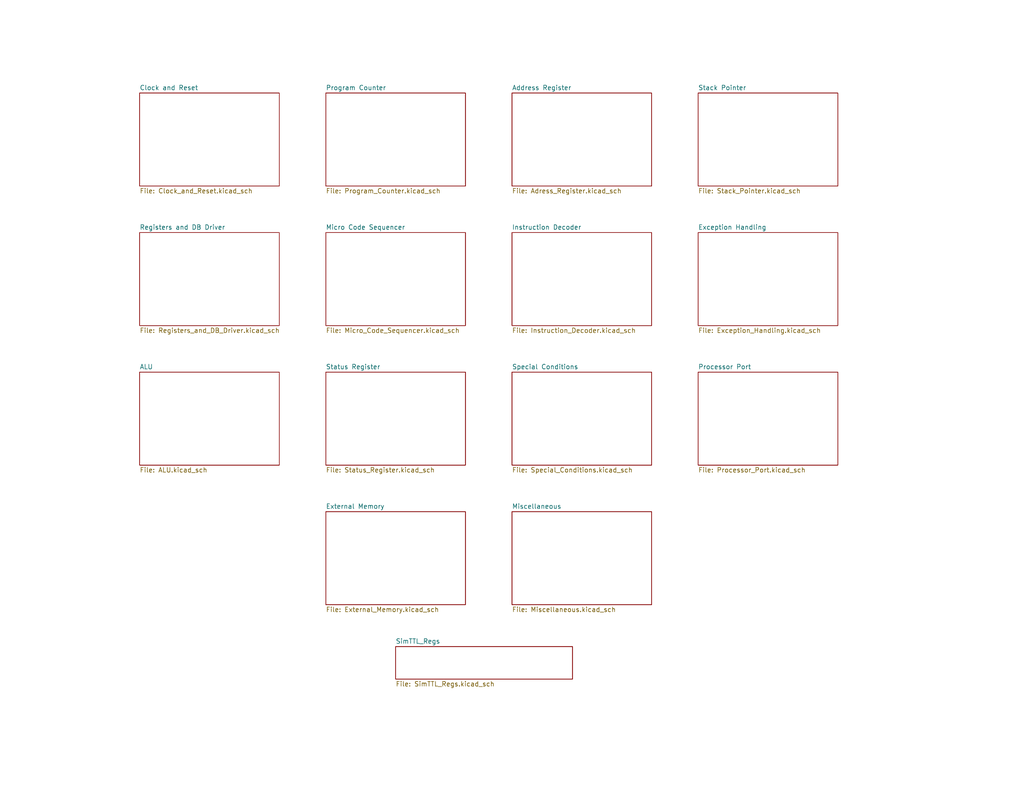
<source format=kicad_sch>
(kicad_sch
	(version 20250114)
	(generator "eeschema")
	(generator_version "9.0")
	(uuid "a212c6c5-fafd-4da9-bbe3-09155431f13a")
	(paper "A")
	(title_block
		(title "TTL 6510 Computer")
		(date "2025-10-20")
		(rev "B")
		(company "Stefan Warnke")
		(comment 9 "CPU_6502_Opcodes.txt")
	)
	(lib_symbols)
	(sheet
		(at 107.95 176.53)
		(size 48.26 8.89)
		(exclude_from_sim no)
		(in_bom no)
		(on_board yes)
		(dnp no)
		(fields_autoplaced yes)
		(stroke
			(width 0.1524)
			(type solid)
		)
		(fill
			(color 0 0 0 0.0000)
		)
		(uuid "00da8dee-b5da-4316-ab9c-3afa17c65176")
		(property "Sheetname" "SimTTL_Regs"
			(at 107.95 175.8184 0)
			(effects
				(font
					(size 1.27 1.27)
				)
				(justify left bottom)
			)
		)
		(property "Sheetfile" "SimTTL_Regs.kicad_sch"
			(at 107.95 186.0046 0)
			(effects
				(font
					(size 1.27 1.27)
				)
				(justify left top)
			)
		)
		(instances
			(project "TTL 6510 Computer"
				(path "/a212c6c5-fafd-4da9-bbe3-09155431f13a"
					(page "16")
				)
			)
		)
	)
	(sheet
		(at 38.1 101.6)
		(size 38.1 25.4)
		(exclude_from_sim no)
		(in_bom yes)
		(on_board yes)
		(dnp no)
		(fields_autoplaced yes)
		(stroke
			(width 0.1524)
			(type solid)
		)
		(fill
			(color 0 0 0 0.0000)
		)
		(uuid "03911495-8d47-4d34-b27a-78e44b2b8a7a")
		(property "Sheetname" "ALU"
			(at 38.1 100.8884 0)
			(effects
				(font
					(size 1.27 1.27)
				)
				(justify left bottom)
			)
		)
		(property "Sheetfile" "ALU.kicad_sch"
			(at 38.1 127.5846 0)
			(effects
				(font
					(size 1.27 1.27)
				)
				(justify left top)
			)
		)
		(instances
			(project "TTL 6510 Computer"
				(path "/a212c6c5-fafd-4da9-bbe3-09155431f13a"
					(page "10")
				)
			)
		)
	)
	(sheet
		(at 88.9 63.5)
		(size 38.1 25.4)
		(exclude_from_sim no)
		(in_bom yes)
		(on_board yes)
		(dnp no)
		(fields_autoplaced yes)
		(stroke
			(width 0.1524)
			(type solid)
		)
		(fill
			(color 0 0 0 0.0000)
		)
		(uuid "41302e21-3d61-43b2-ae5a-597d1005b54a")
		(property "Sheetname" "Micro Code Sequencer"
			(at 88.9 62.7884 0)
			(effects
				(font
					(size 1.27 1.27)
				)
				(justify left bottom)
			)
		)
		(property "Sheetfile" "Micro_Code_Sequencer.kicad_sch"
			(at 88.9 89.4846 0)
			(effects
				(font
					(size 1.27 1.27)
				)
				(justify left top)
			)
		)
		(instances
			(project "TTL 6510 Computer"
				(path "/a212c6c5-fafd-4da9-bbe3-09155431f13a"
					(page "7")
				)
			)
		)
	)
	(sheet
		(at 88.9 139.7)
		(size 38.1 25.4)
		(exclude_from_sim no)
		(in_bom yes)
		(on_board yes)
		(dnp no)
		(fields_autoplaced yes)
		(stroke
			(width 0.1524)
			(type solid)
		)
		(fill
			(color 0 0 0 0.0000)
		)
		(uuid "41a91df0-df36-40eb-ad30-cd5231b4b039")
		(property "Sheetname" "External Memory"
			(at 88.9 138.9884 0)
			(effects
				(font
					(size 1.27 1.27)
				)
				(justify left bottom)
			)
		)
		(property "Sheetfile" "External_Memory.kicad_sch"
			(at 88.9 165.6846 0)
			(effects
				(font
					(size 1.27 1.27)
				)
				(justify left top)
			)
		)
		(instances
			(project "TTL 6510 Computer"
				(path "/a212c6c5-fafd-4da9-bbe3-09155431f13a"
					(page "14")
				)
			)
		)
	)
	(sheet
		(at 38.1 25.4)
		(size 38.1 25.4)
		(exclude_from_sim no)
		(in_bom yes)
		(on_board yes)
		(dnp no)
		(fields_autoplaced yes)
		(stroke
			(width 0.1524)
			(type solid)
		)
		(fill
			(color 0 0 0 0.0000)
		)
		(uuid "462439c9-11de-40f5-a58c-973f8f9f660e")
		(property "Sheetname" "Clock and Reset"
			(at 38.1 24.6884 0)
			(effects
				(font
					(size 1.27 1.27)
				)
				(justify left bottom)
			)
		)
		(property "Sheetfile" "Clock_and_Reset.kicad_sch"
			(at 38.1 51.3846 0)
			(effects
				(font
					(size 1.27 1.27)
				)
				(justify left top)
			)
		)
		(instances
			(project "TTL 6510 Computer"
				(path "/a212c6c5-fafd-4da9-bbe3-09155431f13a"
					(page "2")
				)
			)
		)
	)
	(sheet
		(at 88.9 101.6)
		(size 38.1 25.4)
		(exclude_from_sim no)
		(in_bom yes)
		(on_board yes)
		(dnp no)
		(fields_autoplaced yes)
		(stroke
			(width 0.1524)
			(type solid)
		)
		(fill
			(color 0 0 0 0.0000)
		)
		(uuid "6b8a08cb-b869-47ec-9c87-a6c835f8d1f3")
		(property "Sheetname" "Status Register"
			(at 88.9 100.8884 0)
			(effects
				(font
					(size 1.27 1.27)
				)
				(justify left bottom)
			)
		)
		(property "Sheetfile" "Status_Register.kicad_sch"
			(at 88.9 127.5846 0)
			(effects
				(font
					(size 1.27 1.27)
				)
				(justify left top)
			)
		)
		(instances
			(project "TTL 6510 Computer"
				(path "/a212c6c5-fafd-4da9-bbe3-09155431f13a"
					(page "11")
				)
			)
		)
	)
	(sheet
		(at 38.1 63.5)
		(size 38.1 25.4)
		(exclude_from_sim no)
		(in_bom yes)
		(on_board yes)
		(dnp no)
		(fields_autoplaced yes)
		(stroke
			(width 0.1524)
			(type solid)
		)
		(fill
			(color 0 0 0 0.0000)
		)
		(uuid "6ba76368-a4b0-45ec-9ca5-09f1ccb2a0db")
		(property "Sheetname" "Registers and DB Driver"
			(at 38.1 62.7884 0)
			(effects
				(font
					(size 1.27 1.27)
				)
				(justify left bottom)
			)
		)
		(property "Sheetfile" "Registers_and_DB_Driver.kicad_sch"
			(at 38.1 89.4846 0)
			(effects
				(font
					(size 1.27 1.27)
				)
				(justify left top)
			)
		)
		(instances
			(project "TTL 6510 Computer"
				(path "/a212c6c5-fafd-4da9-bbe3-09155431f13a"
					(page "6")
				)
			)
		)
	)
	(sheet
		(at 88.9 25.4)
		(size 38.1 25.4)
		(exclude_from_sim no)
		(in_bom yes)
		(on_board yes)
		(dnp no)
		(fields_autoplaced yes)
		(stroke
			(width 0.1524)
			(type solid)
		)
		(fill
			(color 0 0 0 0.0000)
		)
		(uuid "7ff573b9-c30f-4141-9fe7-83f8615ba24f")
		(property "Sheetname" "Program Counter"
			(at 88.9 24.6884 0)
			(effects
				(font
					(size 1.27 1.27)
				)
				(justify left bottom)
			)
		)
		(property "Sheetfile" "Program_Counter.kicad_sch"
			(at 88.9 51.3846 0)
			(effects
				(font
					(size 1.27 1.27)
				)
				(justify left top)
			)
		)
		(instances
			(project "TTL 6510 Computer"
				(path "/a212c6c5-fafd-4da9-bbe3-09155431f13a"
					(page "3")
				)
			)
		)
	)
	(sheet
		(at 190.5 101.6)
		(size 38.1 25.4)
		(exclude_from_sim no)
		(in_bom yes)
		(on_board yes)
		(dnp no)
		(fields_autoplaced yes)
		(stroke
			(width 0.1524)
			(type solid)
		)
		(fill
			(color 0 0 0 0.0000)
		)
		(uuid "819030f5-00f8-4e60-9b7e-635ab792a5b9")
		(property "Sheetname" "Processor Port"
			(at 190.5 100.8884 0)
			(effects
				(font
					(size 1.27 1.27)
				)
				(justify left bottom)
			)
		)
		(property "Sheetfile" "Processor_Port.kicad_sch"
			(at 190.5 127.5846 0)
			(effects
				(font
					(size 1.27 1.27)
				)
				(justify left top)
			)
		)
		(instances
			(project "TTL 6510 Computer"
				(path "/a212c6c5-fafd-4da9-bbe3-09155431f13a"
					(page "13")
				)
			)
		)
	)
	(sheet
		(at 139.7 139.7)
		(size 38.1 25.4)
		(exclude_from_sim no)
		(in_bom yes)
		(on_board yes)
		(dnp no)
		(fields_autoplaced yes)
		(stroke
			(width 0.1524)
			(type solid)
		)
		(fill
			(color 0 0 0 0.0000)
		)
		(uuid "93b7d6b4-51bf-42e3-8ce0-2b824dfac93f")
		(property "Sheetname" "Miscellaneous"
			(at 139.7 138.9884 0)
			(effects
				(font
					(size 1.27 1.27)
				)
				(justify left bottom)
			)
		)
		(property "Sheetfile" "Miscellaneous.kicad_sch"
			(at 139.7 165.6846 0)
			(effects
				(font
					(size 1.27 1.27)
				)
				(justify left top)
			)
		)
		(instances
			(project "TTL 6510 Computer"
				(path "/a212c6c5-fafd-4da9-bbe3-09155431f13a"
					(page "15")
				)
			)
		)
	)
	(sheet
		(at 190.5 25.4)
		(size 38.1 25.4)
		(exclude_from_sim no)
		(in_bom yes)
		(on_board yes)
		(dnp no)
		(fields_autoplaced yes)
		(stroke
			(width 0.1524)
			(type solid)
		)
		(fill
			(color 0 0 0 0.0000)
		)
		(uuid "a6d4a634-bc0e-4f2f-b6ad-acdd8e2726cc")
		(property "Sheetname" "Stack Pointer"
			(at 190.5 24.6884 0)
			(effects
				(font
					(size 1.27 1.27)
				)
				(justify left bottom)
			)
		)
		(property "Sheetfile" "Stack_Pointer.kicad_sch"
			(at 190.5 51.3846 0)
			(effects
				(font
					(size 1.27 1.27)
				)
				(justify left top)
			)
		)
		(instances
			(project "TTL 6510 Computer"
				(path "/a212c6c5-fafd-4da9-bbe3-09155431f13a"
					(page "5")
				)
			)
		)
	)
	(sheet
		(at 139.7 25.4)
		(size 38.1 25.4)
		(exclude_from_sim no)
		(in_bom yes)
		(on_board yes)
		(dnp no)
		(fields_autoplaced yes)
		(stroke
			(width 0.1524)
			(type solid)
		)
		(fill
			(color 0 0 0 0.0000)
		)
		(uuid "aa9dc9ee-aa10-4c32-8e0e-79b17815ea95")
		(property "Sheetname" "Address Register"
			(at 139.7 24.6884 0)
			(effects
				(font
					(size 1.27 1.27)
				)
				(justify left bottom)
			)
		)
		(property "Sheetfile" "Adress_Register.kicad_sch"
			(at 139.7 51.3846 0)
			(effects
				(font
					(size 1.27 1.27)
				)
				(justify left top)
			)
		)
		(instances
			(project "TTL 6510 Computer"
				(path "/a212c6c5-fafd-4da9-bbe3-09155431f13a"
					(page "4")
				)
			)
		)
	)
	(sheet
		(at 139.7 101.6)
		(size 38.1 25.4)
		(exclude_from_sim no)
		(in_bom yes)
		(on_board yes)
		(dnp no)
		(fields_autoplaced yes)
		(stroke
			(width 0.1524)
			(type solid)
		)
		(fill
			(color 0 0 0 0.0000)
		)
		(uuid "de6ce9ec-b032-4419-98e2-1861a458675a")
		(property "Sheetname" "Special Conditions"
			(at 139.7 100.8884 0)
			(effects
				(font
					(size 1.27 1.27)
				)
				(justify left bottom)
			)
		)
		(property "Sheetfile" "Special_Conditions.kicad_sch"
			(at 139.7 127.5846 0)
			(effects
				(font
					(size 1.27 1.27)
				)
				(justify left top)
			)
		)
		(instances
			(project "TTL 6510 Computer"
				(path "/a212c6c5-fafd-4da9-bbe3-09155431f13a"
					(page "12")
				)
			)
		)
	)
	(sheet
		(at 190.5 63.5)
		(size 38.1 25.4)
		(exclude_from_sim no)
		(in_bom yes)
		(on_board yes)
		(dnp no)
		(fields_autoplaced yes)
		(stroke
			(width 0.1524)
			(type solid)
		)
		(fill
			(color 0 0 0 0.0000)
		)
		(uuid "e68fc9c1-5e87-4706-8c4c-4eb007298f47")
		(property "Sheetname" "Exception Handling"
			(at 190.5 62.7884 0)
			(effects
				(font
					(size 1.27 1.27)
				)
				(justify left bottom)
			)
		)
		(property "Sheetfile" "Exception_Handling.kicad_sch"
			(at 190.5 89.4846 0)
			(effects
				(font
					(size 1.27 1.27)
				)
				(justify left top)
			)
		)
		(instances
			(project "TTL 6510 Computer"
				(path "/a212c6c5-fafd-4da9-bbe3-09155431f13a"
					(page "9")
				)
			)
		)
	)
	(sheet
		(at 139.7 63.5)
		(size 38.1 25.4)
		(exclude_from_sim no)
		(in_bom yes)
		(on_board yes)
		(dnp no)
		(fields_autoplaced yes)
		(stroke
			(width 0.1524)
			(type solid)
		)
		(fill
			(color 0 0 0 0.0000)
		)
		(uuid "fa48918c-bdef-4858-96d1-0a4876854631")
		(property "Sheetname" "Instruction Decoder"
			(at 139.7 62.7884 0)
			(effects
				(font
					(size 1.27 1.27)
				)
				(justify left bottom)
			)
		)
		(property "Sheetfile" "Instruction_Decoder.kicad_sch"
			(at 139.7 89.4846 0)
			(effects
				(font
					(size 1.27 1.27)
				)
				(justify left top)
			)
		)
		(instances
			(project "TTL 6510 Computer"
				(path "/a212c6c5-fafd-4da9-bbe3-09155431f13a"
					(page "8")
				)
			)
		)
	)
	(sheet_instances
		(path "/"
			(page "1")
		)
	)
	(embedded_fonts no)
	(embedded_files
		(file
			(name "MyDrawingSheet.kicad_wks")
			(type worksheet)
			(data |KLUv/WD3CRUVAMYeYSEAtxsWHGS5ac4JWlhdTS3ZQeABkGbFFme+cSP//z/UEwFWAFAAWwAPeh7x
				P/5I/B+PzZP2tZ7sjZzvuGjAqDX786El+bWiAbNo+8mWX/IvAAABASl6L6eVVZzKhs4Ryaozfi/7
				dY8ho5Redda+2JbZRwVAQFCGSJzQA22oEI3VLjFZ0aq/5P89Ni+s9sRMpQxe2+856T2z34zBF3v2
				rEIgFr928e23f77DK8LZ66r/+jhicM5p1a4dXq8VkVm19iJRrUlpf/a+rKr20bsBFs3iJ4sJRfw1
				onKa7TLyS5ZVHaEWoheTUioc5rJpOA6twUVQBMzCLKwnpQsr0YostXWag7NlMBgORWiGv+fIOZuy
				/3WwTR37pQiE1aaaqWI9v++b9CoA/uIODQGBoSYqtrjqhaiLiybqvGhH2Sam65Ejbsy6oWiWSaWh
				gHSapds2CCbLLgsx0SibhHvYB2hF720baleFNekm6bhOfNtVWmlo+90/mMEhNQi5qt8bM+50dtKz
				XLZ9oMFAhxyaEhFJkiQdgESk5qgb3CQLetTr9xpjcUTKd+iz68hMaLXeGnrtb6sRxLExz3V+zwQ5
				NExG+I/msnPuZMi3STbgMitPgiddZ8tAkFaoOaYnJ55aOHJ+fTxzXPxpcp/K9Z5CFmoSS9uFAT4H
				hTfHlW3iA6wrw44aCGjTUwJPEDbCooJgky1Lo6HopRTFZNk4dRBfcP9mauGxzfAhe6IOA1py6kdd
				UTYNOWwst4hrLr001IYFIe05/YkKRd44wwd9c8x7tIKws7jVWO7M955AbKzBTY8gkLnqSVKCtpo8
				ghgiyJ0O+XDIF3eTQP/qwxDV8tl3kJSpooOUliVlYkSGnOIRwxIVWvTsnRnrv3E8BN3low/+GKwq|
			)
			(checksum "76E2AC1B556EFF3A39684D9DF02F0003")
		)
	)
)

</source>
